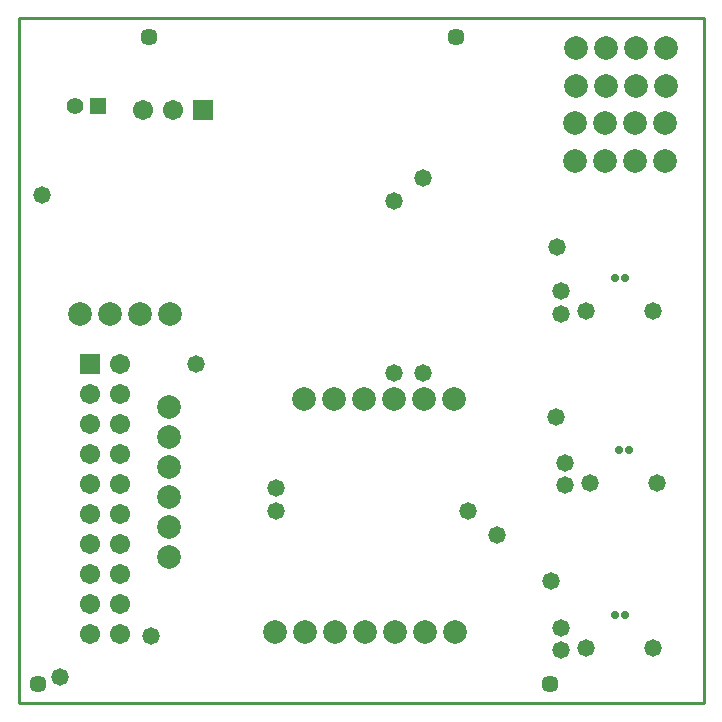
<source format=gbs>
G04*
G04 #@! TF.GenerationSoftware,Altium Limited,Altium Designer,22.4.2 (48)*
G04*
G04 Layer_Color=16711935*
%FSLAX25Y25*%
%MOIN*%
G70*
G04*
G04 #@! TF.SameCoordinates,78AC0251-C41B-4C09-997F-A4DA7E128E32*
G04*
G04*
G04 #@! TF.FilePolarity,Negative*
G04*
G01*
G75*
%ADD14C,0.01000*%
%ADD24C,0.07887*%
%ADD25C,0.02800*%
%ADD26C,0.05701*%
%ADD27C,0.06706*%
%ADD28R,0.06706X0.06706*%
%ADD29R,0.06706X0.06706*%
%ADD30R,0.05524X0.05524*%
%ADD31C,0.05524*%
%ADD32C,0.05800*%
D14*
X0Y0D02*
X228346D01*
X0Y228346D02*
X228346D01*
Y0D02*
Y228346D01*
X0Y0D02*
Y228346D01*
D24*
X20354Y129921D02*
D03*
X30354D02*
D03*
X40354D02*
D03*
X50354D02*
D03*
X95000Y101378D02*
D03*
X105000D02*
D03*
X115000D02*
D03*
X125000D02*
D03*
X135000D02*
D03*
X145000D02*
D03*
X50197Y48740D02*
D03*
Y58740D02*
D03*
Y68740D02*
D03*
Y78740D02*
D03*
Y88740D02*
D03*
Y98740D02*
D03*
X145315Y23622D02*
D03*
X135315D02*
D03*
X125315D02*
D03*
X115315D02*
D03*
X105315D02*
D03*
X95315D02*
D03*
X85315D02*
D03*
X185512Y180709D02*
D03*
X195512D02*
D03*
X205512D02*
D03*
X215512D02*
D03*
X185669Y218504D02*
D03*
X195669D02*
D03*
X205669D02*
D03*
X215669D02*
D03*
X185669Y205906D02*
D03*
X195669D02*
D03*
X205669D02*
D03*
X215669D02*
D03*
X185512Y193307D02*
D03*
X195512D02*
D03*
X205512D02*
D03*
X215512D02*
D03*
D25*
X201944Y141732D02*
D03*
X198844D02*
D03*
X201944Y29528D02*
D03*
X198844D02*
D03*
X203275Y84568D02*
D03*
X200175D02*
D03*
D26*
X145669Y222047D02*
D03*
X177165Y6299D02*
D03*
X6299D02*
D03*
X43307Y222047D02*
D03*
D27*
X23622Y42992D02*
D03*
Y72992D02*
D03*
X41339Y197835D02*
D03*
X51339D02*
D03*
X33622Y22992D02*
D03*
X23622D02*
D03*
X33622Y32992D02*
D03*
X23622D02*
D03*
X33622Y42992D02*
D03*
Y52992D02*
D03*
X23622D02*
D03*
X33622Y62992D02*
D03*
X23622D02*
D03*
X33622Y72992D02*
D03*
Y82992D02*
D03*
X23622D02*
D03*
X33622Y92992D02*
D03*
X23622D02*
D03*
X33622Y102992D02*
D03*
X23622D02*
D03*
X33622Y112992D02*
D03*
D28*
X61339Y197835D02*
D03*
D29*
X23622Y112992D02*
D03*
D30*
X26575Y199016D02*
D03*
D31*
X18701D02*
D03*
D32*
X7874Y169291D02*
D03*
X44000Y22500D02*
D03*
X134843Y110236D02*
D03*
X125000D02*
D03*
X85630Y63976D02*
D03*
Y71850D02*
D03*
X149606Y63976D02*
D03*
X159449Y56102D02*
D03*
X134843Y175197D02*
D03*
X125000Y167323D02*
D03*
X13780Y8858D02*
D03*
X59055Y113189D02*
D03*
X177505Y40860D02*
D03*
X179134Y95472D02*
D03*
X179528Y152165D02*
D03*
X180709Y137402D02*
D03*
X189075Y130709D02*
D03*
X180709Y129921D02*
D03*
X211417Y130709D02*
D03*
X182040Y80237D02*
D03*
X190406Y73544D02*
D03*
X182040Y72757D02*
D03*
X212749Y73544D02*
D03*
X211417Y18504D02*
D03*
X180709Y17717D02*
D03*
X189075Y18504D02*
D03*
X180709Y25197D02*
D03*
M02*

</source>
